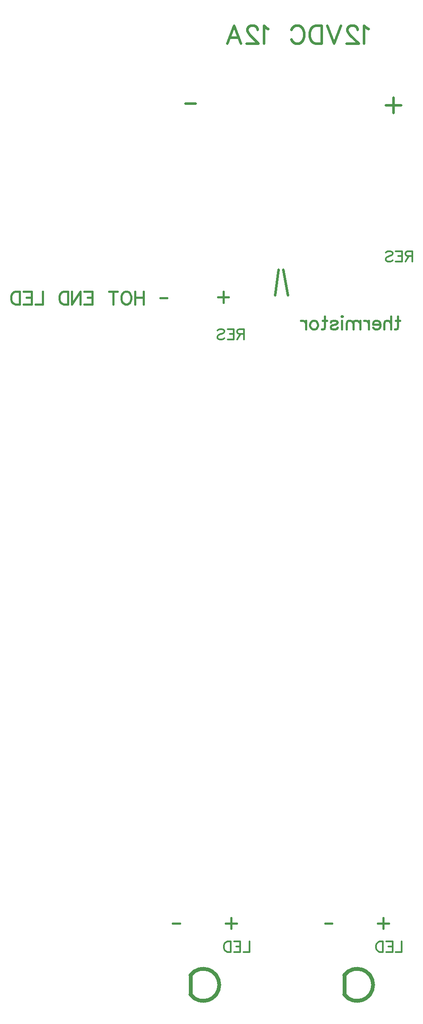
<source format=gbr>
G04 DipTrace 2.3.1.0*
%INBottomSilk  58742  REV 5  ONYX Blackpoint Engineering.gbr*%
%MOIN*%
%ADD22C,0.03*%
%ADD23C,0.02*%
%ADD24C,0.0216*%
%ADD25C,0.0154*%
%ADD26C,0.0124*%
%FSLAX44Y44*%
G04*
G70*
G90*
G75*
G01*
%LNBotSilk*%
%LPD*%
X69958Y8648D2*
D22*
G02X69958Y7148I1000J-750D01*
G01*
Y8711D2*
Y7211D1*
X64583Y61586D2*
D23*
X64833Y63586D1*
X65583Y61586D2*
X65208Y63586D1*
X71853Y82325D2*
D24*
X71718Y82393D1*
X71517Y82593D1*
Y81188D1*
X71017Y82258D2*
Y82325D1*
X70950Y82460D1*
X70884Y82526D1*
X70749Y82593D1*
X70481D1*
X70348Y82526D1*
X70282Y82460D1*
X70214Y82325D1*
Y82192D1*
X70282Y82057D1*
X70415Y81858D1*
X71085Y81188D1*
X70147D1*
X69715Y82594D2*
X69179Y81188D1*
X68644Y82594D1*
X68212D2*
Y81188D1*
X67743D1*
X67542Y81256D1*
X67407Y81389D1*
X67340Y81523D1*
X67274Y81723D1*
Y82059D1*
X67340Y82260D1*
X67407Y82393D1*
X67542Y82528D1*
X67743Y82594D1*
X68212D1*
X65837Y82260D2*
X65904Y82393D1*
X66038Y82528D1*
X66171Y82594D1*
X66439D1*
X66574Y82528D1*
X66707Y82393D1*
X66775Y82260D1*
X66841Y82059D1*
Y81723D1*
X66775Y81523D1*
X66707Y81389D1*
X66574Y81256D1*
X66439Y81188D1*
X66171D1*
X66038Y81256D1*
X65904Y81389D1*
X65837Y81523D1*
X64044Y82325D2*
X63909Y82393D1*
X63708Y82593D1*
Y81188D1*
X63208Y82258D2*
Y82325D1*
X63141Y82460D1*
X63075Y82526D1*
X62940Y82593D1*
X62672D1*
X62539Y82526D1*
X62473Y82460D1*
X62405Y82325D1*
Y82192D1*
X62473Y82057D1*
X62606Y81858D1*
X63276Y81188D1*
X62338D1*
X60833D2*
X61370Y82594D1*
X61906Y81188D1*
X61705Y81657D2*
X61035D1*
X58357Y76515D2*
X57583D1*
X73812Y76993D2*
Y75787D1*
X74414Y76389D2*
X73208D1*
X73014Y13127D2*
D25*
Y12266D1*
X73444Y12696D2*
X72583D1*
X69011D2*
X68458D1*
X74429Y11267D2*
D26*
Y10463D1*
X73970D1*
X73226Y11267D2*
X73723D1*
Y10463D1*
X73226D1*
X73723Y10884D2*
X73417D1*
X72979Y11267D2*
Y10463D1*
X72711D1*
X72596Y10502D1*
X72519Y10578D1*
X72481Y10655D1*
X72443Y10769D1*
Y10961D1*
X72481Y11076D1*
X72519Y11152D1*
X72596Y11229D1*
X72711Y11267D1*
X72979D1*
X75256Y64634D2*
X74912D1*
X74797Y64673D1*
X74758Y64711D1*
X74720Y64787D1*
Y64864D1*
X74758Y64940D1*
X74797Y64979D1*
X74912Y65017D1*
X75256D1*
Y64213D1*
X74988Y64634D2*
X74720Y64213D1*
X73976Y65017D2*
X74473D1*
Y64213D1*
X73976D1*
X74473Y64634D2*
X74167D1*
X73193Y64902D2*
X73269Y64979D1*
X73384Y65017D1*
X73537D1*
X73652Y64979D1*
X73729Y64902D1*
Y64826D1*
X73690Y64749D1*
X73652Y64711D1*
X73576Y64673D1*
X73346Y64596D1*
X73269Y64558D1*
X73231Y64519D1*
X73193Y64443D1*
Y64328D1*
X73269Y64252D1*
X73384Y64213D1*
X73537D1*
X73652Y64252D1*
X73729Y64328D1*
X74149Y59949D2*
D25*
Y59136D1*
X74101Y58993D1*
X74005Y58944D1*
X73910D1*
X74292Y59614D2*
X73958D1*
X73601Y59949D2*
Y58944D1*
Y59423D2*
X73457Y59567D1*
X73361Y59614D1*
X73218D1*
X73123Y59567D1*
X73075Y59423D1*
Y58944D1*
X72766Y59327D2*
X72193D1*
Y59423D1*
X72240Y59519D1*
X72288Y59567D1*
X72384Y59614D1*
X72527D1*
X72623Y59567D1*
X72719Y59470D1*
X72766Y59327D1*
Y59232D1*
X72719Y59088D1*
X72623Y58993D1*
X72527Y58944D1*
X72384D1*
X72288Y58993D1*
X72193Y59088D1*
X71884Y59614D2*
Y58944D1*
Y59327D2*
X71835Y59470D1*
X71740Y59567D1*
X71644Y59614D1*
X71500D1*
X71191D2*
Y58944D1*
Y59423D2*
X71048Y59567D1*
X70952Y59614D1*
X70809D1*
X70713Y59567D1*
X70665Y59423D1*
Y58944D1*
Y59423D2*
X70522Y59567D1*
X70425Y59614D1*
X70283D1*
X70187Y59567D1*
X70138Y59423D1*
Y58944D1*
X69829Y59949D2*
X69782Y59902D1*
X69733Y59949D1*
X69782Y59998D1*
X69829Y59949D1*
X69782Y59614D2*
Y58944D1*
X68898Y59470D2*
X68946Y59567D1*
X69089Y59614D1*
X69233D1*
X69377Y59567D1*
X69424Y59470D1*
X69377Y59375D1*
X69281Y59327D1*
X69042Y59279D1*
X68946Y59232D1*
X68898Y59136D1*
Y59088D1*
X68946Y58993D1*
X69089Y58944D1*
X69233D1*
X69377Y58993D1*
X69424Y59088D1*
X68446Y59949D2*
Y59136D1*
X68398Y58993D1*
X68302Y58944D1*
X68207D1*
X68589Y59614D2*
X68254D1*
X67659D2*
X67754Y59567D1*
X67850Y59470D1*
X67898Y59327D1*
Y59232D1*
X67850Y59088D1*
X67754Y58993D1*
X67659Y58944D1*
X67516D1*
X67419Y58993D1*
X67324Y59088D1*
X67276Y59232D1*
Y59327D1*
X67324Y59470D1*
X67419Y59567D1*
X67516Y59614D1*
X67659D1*
X66967D2*
Y58944D1*
Y59327D2*
X66918Y59470D1*
X66823Y59567D1*
X66727Y59614D1*
X66583D1*
X62131Y58571D2*
D26*
X61787D1*
X61672Y58610D1*
X61633Y58648D1*
X61595Y58724D1*
Y58801D1*
X61633Y58877D1*
X61672Y58916D1*
X61787Y58954D1*
X62131D1*
Y58150D1*
X61863Y58571D2*
X61595Y58150D1*
X60851Y58954D2*
X61348D1*
Y58150D1*
X60851D1*
X61348Y58571D2*
X61042D1*
X60068Y58839D2*
X60144Y58916D1*
X60259Y58954D1*
X60412D1*
X60527Y58916D1*
X60604Y58839D1*
Y58763D1*
X60565Y58686D1*
X60527Y58648D1*
X60451Y58610D1*
X60221Y58533D1*
X60144Y58495D1*
X60106Y58456D1*
X60068Y58380D1*
Y58265D1*
X60144Y58189D1*
X60259Y58150D1*
X60412D1*
X60527Y58189D1*
X60604Y58265D1*
X61139Y13127D2*
D25*
Y12266D1*
X61569Y12696D2*
X60708D1*
X57136D2*
X56583D1*
X62554Y11267D2*
D26*
Y10463D1*
X62095D1*
X61351Y11267D2*
X61848D1*
Y10463D1*
X61351D1*
X61848Y10884D2*
X61542D1*
X61104Y11267D2*
Y10463D1*
X60836D1*
X60721Y10502D1*
X60644Y10578D1*
X60606Y10655D1*
X60568Y10769D1*
Y10961D1*
X60606Y11076D1*
X60644Y11152D1*
X60721Y11229D1*
X60836Y11267D1*
X61104D1*
X57958Y8648D2*
D22*
G02X57958Y7148I1000J-750D01*
G01*
Y8648D2*
Y7148D1*
X60520Y61879D2*
D25*
Y61018D1*
X60950Y61448D2*
X60089D1*
X56142Y61386D2*
X55589D1*
X54308Y61889D2*
Y60884D1*
X53638Y61889D2*
Y60884D1*
X54308Y61411D2*
X53638D1*
X53042Y61889D2*
X53138Y61842D1*
X53234Y61745D1*
X53282Y61650D1*
X53330Y61507D1*
Y61267D1*
X53282Y61124D1*
X53234Y61028D1*
X53138Y60933D1*
X53042Y60884D1*
X52851D1*
X52756Y60933D1*
X52660Y61028D1*
X52612Y61124D1*
X52565Y61267D1*
Y61507D1*
X52612Y61650D1*
X52660Y61745D1*
X52756Y61842D1*
X52851Y61889D1*
X53042D1*
X51921D2*
Y60884D1*
X52256Y61889D2*
X51586D1*
X49684D2*
X50305D1*
Y60884D1*
X49684D1*
X50305Y61411D2*
X49923D1*
X48705Y61889D2*
Y60884D1*
X49375Y61889D1*
Y60884D1*
X48397Y61889D2*
Y60884D1*
X48062D1*
X47918Y60933D1*
X47822Y61028D1*
X47774Y61124D1*
X47727Y61267D1*
Y61507D1*
X47774Y61650D1*
X47822Y61745D1*
X47918Y61842D1*
X48062Y61889D1*
X48397D1*
X46446D2*
Y60884D1*
X45872D1*
X44942Y61889D2*
X45564D1*
Y60884D1*
X44942D1*
X45564Y61411D2*
X45181D1*
X44633Y61889D2*
Y60884D1*
X44299D1*
X44155Y60933D1*
X44059Y61028D1*
X44011Y61124D1*
X43964Y61267D1*
Y61507D1*
X44011Y61650D1*
X44059Y61745D1*
X44155Y61842D1*
X44299Y61889D1*
X44633D1*
M02*

</source>
